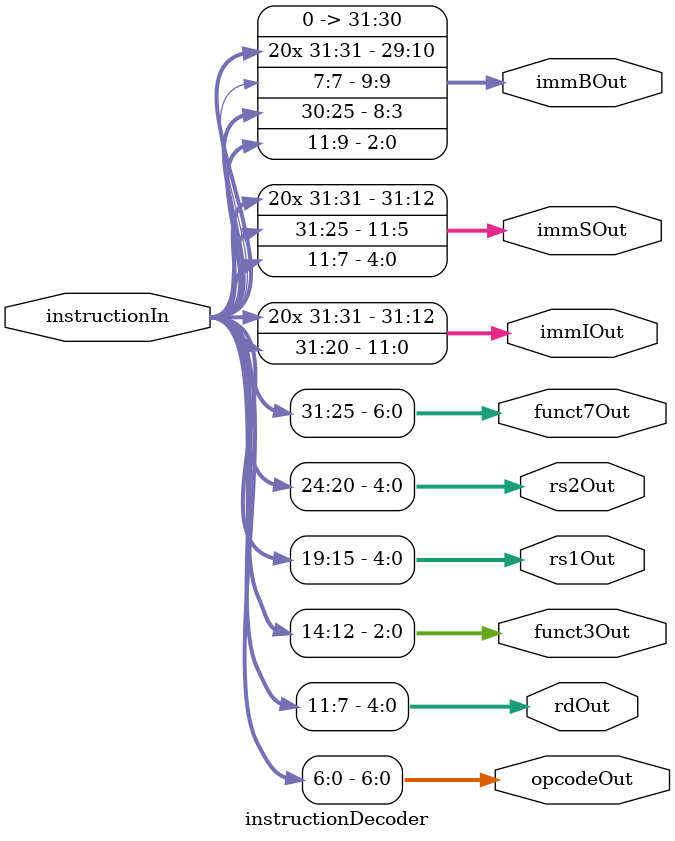
<source format=v>
`timescale 1ns / 1ps
module instructionDecoder(
    input [31:0] instructionIn,
    output [6:0] opcodeOut,
    output [4:0] rdOut,
    output [2:0] funct3Out,
    output [4:0] rs1Out,
    output [4:0] rs2Out,
    output [6:0] funct7Out,
    output [31:0] immIOut,
    output [31:0] immSOut,
    output [31:0] immBOut
);

    assign opcodeOut = instructionIn[6:0];
    assign rdOut     = instructionIn[11:7];
    assign funct3Out = instructionIn[14:12];
    assign rs1Out    = instructionIn[19:15];
    assign rs2Out    = instructionIn[24:20];
    assign funct7Out = instructionIn[31:25];

    assign immIOut = {{20{instructionIn[31]}}, instructionIn[31:20]};
    assign immSOut = {{20{instructionIn[31]}}, instructionIn[31:25], instructionIn[11:7]};
    assign immBOut = {{19{instructionIn[31]}}, instructionIn[31], instructionIn[7],
                      instructionIn[30:25], instructionIn[11:8], 1'b0} >> 2;

endmodule

</source>
